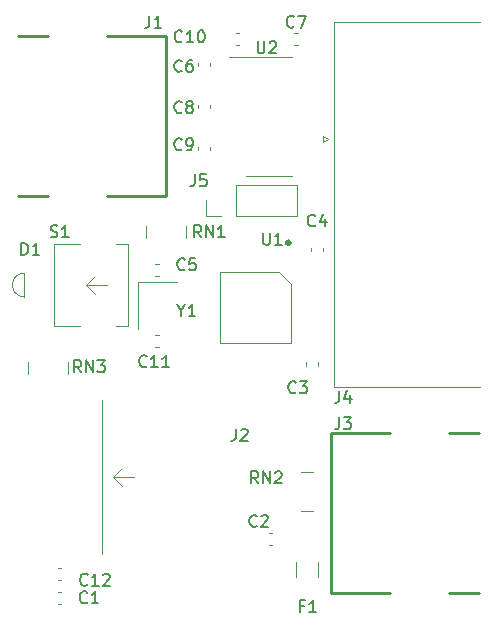
<source format=gbr>
%TF.GenerationSoftware,KiCad,Pcbnew,8.0.1*%
%TF.CreationDate,2024-05-28T16:45:22+01:00*%
%TF.ProjectId,ps2usb,70733275-7362-42e6-9b69-6361645f7063,rev?*%
%TF.SameCoordinates,Original*%
%TF.FileFunction,Legend,Top*%
%TF.FilePolarity,Positive*%
%FSLAX46Y46*%
G04 Gerber Fmt 4.6, Leading zero omitted, Abs format (unit mm)*
G04 Created by KiCad (PCBNEW 8.0.1) date 2024-05-28 16:45:22*
%MOMM*%
%LPD*%
G01*
G04 APERTURE LIST*
%ADD10C,0.150000*%
%ADD11C,0.120000*%
%ADD12C,0.250000*%
%ADD13C,0.310000*%
G04 APERTURE END LIST*
D10*
X112442666Y-83147819D02*
X112442666Y-83862104D01*
X112442666Y-83862104D02*
X112395047Y-84004961D01*
X112395047Y-84004961D02*
X112299809Y-84100200D01*
X112299809Y-84100200D02*
X112156952Y-84147819D01*
X112156952Y-84147819D02*
X112061714Y-84147819D01*
X113395047Y-83147819D02*
X112918857Y-83147819D01*
X112918857Y-83147819D02*
X112871238Y-83624009D01*
X112871238Y-83624009D02*
X112918857Y-83576390D01*
X112918857Y-83576390D02*
X113014095Y-83528771D01*
X113014095Y-83528771D02*
X113252190Y-83528771D01*
X113252190Y-83528771D02*
X113347428Y-83576390D01*
X113347428Y-83576390D02*
X113395047Y-83624009D01*
X113395047Y-83624009D02*
X113442666Y-83719247D01*
X113442666Y-83719247D02*
X113442666Y-83957342D01*
X113442666Y-83957342D02*
X113395047Y-84052580D01*
X113395047Y-84052580D02*
X113347428Y-84100200D01*
X113347428Y-84100200D02*
X113252190Y-84147819D01*
X113252190Y-84147819D02*
X113014095Y-84147819D01*
X113014095Y-84147819D02*
X112918857Y-84100200D01*
X112918857Y-84100200D02*
X112871238Y-84052580D01*
X117800523Y-109293819D02*
X117467190Y-108817628D01*
X117229095Y-109293819D02*
X117229095Y-108293819D01*
X117229095Y-108293819D02*
X117610047Y-108293819D01*
X117610047Y-108293819D02*
X117705285Y-108341438D01*
X117705285Y-108341438D02*
X117752904Y-108389057D01*
X117752904Y-108389057D02*
X117800523Y-108484295D01*
X117800523Y-108484295D02*
X117800523Y-108627152D01*
X117800523Y-108627152D02*
X117752904Y-108722390D01*
X117752904Y-108722390D02*
X117705285Y-108770009D01*
X117705285Y-108770009D02*
X117610047Y-108817628D01*
X117610047Y-108817628D02*
X117229095Y-108817628D01*
X118229095Y-109293819D02*
X118229095Y-108293819D01*
X118229095Y-108293819D02*
X118800523Y-109293819D01*
X118800523Y-109293819D02*
X118800523Y-108293819D01*
X119229095Y-108389057D02*
X119276714Y-108341438D01*
X119276714Y-108341438D02*
X119371952Y-108293819D01*
X119371952Y-108293819D02*
X119610047Y-108293819D01*
X119610047Y-108293819D02*
X119705285Y-108341438D01*
X119705285Y-108341438D02*
X119752904Y-108389057D01*
X119752904Y-108389057D02*
X119800523Y-108484295D01*
X119800523Y-108484295D02*
X119800523Y-108579533D01*
X119800523Y-108579533D02*
X119752904Y-108722390D01*
X119752904Y-108722390D02*
X119181476Y-109293819D01*
X119181476Y-109293819D02*
X119800523Y-109293819D01*
X112974523Y-88465819D02*
X112641190Y-87989628D01*
X112403095Y-88465819D02*
X112403095Y-87465819D01*
X112403095Y-87465819D02*
X112784047Y-87465819D01*
X112784047Y-87465819D02*
X112879285Y-87513438D01*
X112879285Y-87513438D02*
X112926904Y-87561057D01*
X112926904Y-87561057D02*
X112974523Y-87656295D01*
X112974523Y-87656295D02*
X112974523Y-87799152D01*
X112974523Y-87799152D02*
X112926904Y-87894390D01*
X112926904Y-87894390D02*
X112879285Y-87942009D01*
X112879285Y-87942009D02*
X112784047Y-87989628D01*
X112784047Y-87989628D02*
X112403095Y-87989628D01*
X113403095Y-88465819D02*
X113403095Y-87465819D01*
X113403095Y-87465819D02*
X113974523Y-88465819D01*
X113974523Y-88465819D02*
X113974523Y-87465819D01*
X114974523Y-88465819D02*
X114403095Y-88465819D01*
X114688809Y-88465819D02*
X114688809Y-87465819D01*
X114688809Y-87465819D02*
X114593571Y-87608676D01*
X114593571Y-87608676D02*
X114498333Y-87703914D01*
X114498333Y-87703914D02*
X114403095Y-87751533D01*
X102814523Y-99895819D02*
X102481190Y-99419628D01*
X102243095Y-99895819D02*
X102243095Y-98895819D01*
X102243095Y-98895819D02*
X102624047Y-98895819D01*
X102624047Y-98895819D02*
X102719285Y-98943438D01*
X102719285Y-98943438D02*
X102766904Y-98991057D01*
X102766904Y-98991057D02*
X102814523Y-99086295D01*
X102814523Y-99086295D02*
X102814523Y-99229152D01*
X102814523Y-99229152D02*
X102766904Y-99324390D01*
X102766904Y-99324390D02*
X102719285Y-99372009D01*
X102719285Y-99372009D02*
X102624047Y-99419628D01*
X102624047Y-99419628D02*
X102243095Y-99419628D01*
X103243095Y-99895819D02*
X103243095Y-98895819D01*
X103243095Y-98895819D02*
X103814523Y-99895819D01*
X103814523Y-99895819D02*
X103814523Y-98895819D01*
X104195476Y-98895819D02*
X104814523Y-98895819D01*
X104814523Y-98895819D02*
X104481190Y-99276771D01*
X104481190Y-99276771D02*
X104624047Y-99276771D01*
X104624047Y-99276771D02*
X104719285Y-99324390D01*
X104719285Y-99324390D02*
X104766904Y-99372009D01*
X104766904Y-99372009D02*
X104814523Y-99467247D01*
X104814523Y-99467247D02*
X104814523Y-99705342D01*
X104814523Y-99705342D02*
X104766904Y-99800580D01*
X104766904Y-99800580D02*
X104719285Y-99848200D01*
X104719285Y-99848200D02*
X104624047Y-99895819D01*
X104624047Y-99895819D02*
X104338333Y-99895819D01*
X104338333Y-99895819D02*
X104243095Y-99848200D01*
X104243095Y-99848200D02*
X104195476Y-99800580D01*
X122633333Y-87451580D02*
X122585714Y-87499200D01*
X122585714Y-87499200D02*
X122442857Y-87546819D01*
X122442857Y-87546819D02*
X122347619Y-87546819D01*
X122347619Y-87546819D02*
X122204762Y-87499200D01*
X122204762Y-87499200D02*
X122109524Y-87403961D01*
X122109524Y-87403961D02*
X122061905Y-87308723D01*
X122061905Y-87308723D02*
X122014286Y-87118247D01*
X122014286Y-87118247D02*
X122014286Y-86975390D01*
X122014286Y-86975390D02*
X122061905Y-86784914D01*
X122061905Y-86784914D02*
X122109524Y-86689676D01*
X122109524Y-86689676D02*
X122204762Y-86594438D01*
X122204762Y-86594438D02*
X122347619Y-86546819D01*
X122347619Y-86546819D02*
X122442857Y-86546819D01*
X122442857Y-86546819D02*
X122585714Y-86594438D01*
X122585714Y-86594438D02*
X122633333Y-86642057D01*
X123490476Y-86880152D02*
X123490476Y-87546819D01*
X123252381Y-86499200D02*
X123014286Y-87213485D01*
X123014286Y-87213485D02*
X123633333Y-87213485D01*
X108357142Y-99359580D02*
X108309523Y-99407200D01*
X108309523Y-99407200D02*
X108166666Y-99454819D01*
X108166666Y-99454819D02*
X108071428Y-99454819D01*
X108071428Y-99454819D02*
X107928571Y-99407200D01*
X107928571Y-99407200D02*
X107833333Y-99311961D01*
X107833333Y-99311961D02*
X107785714Y-99216723D01*
X107785714Y-99216723D02*
X107738095Y-99026247D01*
X107738095Y-99026247D02*
X107738095Y-98883390D01*
X107738095Y-98883390D02*
X107785714Y-98692914D01*
X107785714Y-98692914D02*
X107833333Y-98597676D01*
X107833333Y-98597676D02*
X107928571Y-98502438D01*
X107928571Y-98502438D02*
X108071428Y-98454819D01*
X108071428Y-98454819D02*
X108166666Y-98454819D01*
X108166666Y-98454819D02*
X108309523Y-98502438D01*
X108309523Y-98502438D02*
X108357142Y-98550057D01*
X109309523Y-99454819D02*
X108738095Y-99454819D01*
X109023809Y-99454819D02*
X109023809Y-98454819D01*
X109023809Y-98454819D02*
X108928571Y-98597676D01*
X108928571Y-98597676D02*
X108833333Y-98692914D01*
X108833333Y-98692914D02*
X108738095Y-98740533D01*
X110261904Y-99454819D02*
X109690476Y-99454819D01*
X109976190Y-99454819D02*
X109976190Y-98454819D01*
X109976190Y-98454819D02*
X109880952Y-98597676D01*
X109880952Y-98597676D02*
X109785714Y-98692914D01*
X109785714Y-98692914D02*
X109690476Y-98740533D01*
X120833333Y-70609580D02*
X120785714Y-70657200D01*
X120785714Y-70657200D02*
X120642857Y-70704819D01*
X120642857Y-70704819D02*
X120547619Y-70704819D01*
X120547619Y-70704819D02*
X120404762Y-70657200D01*
X120404762Y-70657200D02*
X120309524Y-70561961D01*
X120309524Y-70561961D02*
X120261905Y-70466723D01*
X120261905Y-70466723D02*
X120214286Y-70276247D01*
X120214286Y-70276247D02*
X120214286Y-70133390D01*
X120214286Y-70133390D02*
X120261905Y-69942914D01*
X120261905Y-69942914D02*
X120309524Y-69847676D01*
X120309524Y-69847676D02*
X120404762Y-69752438D01*
X120404762Y-69752438D02*
X120547619Y-69704819D01*
X120547619Y-69704819D02*
X120642857Y-69704819D01*
X120642857Y-69704819D02*
X120785714Y-69752438D01*
X120785714Y-69752438D02*
X120833333Y-69800057D01*
X121166667Y-69704819D02*
X121833333Y-69704819D01*
X121833333Y-69704819D02*
X121404762Y-70704819D01*
X124666666Y-103704819D02*
X124666666Y-104419104D01*
X124666666Y-104419104D02*
X124619047Y-104561961D01*
X124619047Y-104561961D02*
X124523809Y-104657200D01*
X124523809Y-104657200D02*
X124380952Y-104704819D01*
X124380952Y-104704819D02*
X124285714Y-104704819D01*
X125047619Y-103704819D02*
X125666666Y-103704819D01*
X125666666Y-103704819D02*
X125333333Y-104085771D01*
X125333333Y-104085771D02*
X125476190Y-104085771D01*
X125476190Y-104085771D02*
X125571428Y-104133390D01*
X125571428Y-104133390D02*
X125619047Y-104181009D01*
X125619047Y-104181009D02*
X125666666Y-104276247D01*
X125666666Y-104276247D02*
X125666666Y-104514342D01*
X125666666Y-104514342D02*
X125619047Y-104609580D01*
X125619047Y-104609580D02*
X125571428Y-104657200D01*
X125571428Y-104657200D02*
X125476190Y-104704819D01*
X125476190Y-104704819D02*
X125190476Y-104704819D01*
X125190476Y-104704819D02*
X125095238Y-104657200D01*
X125095238Y-104657200D02*
X125047619Y-104609580D01*
X97761905Y-89954819D02*
X97761905Y-88954819D01*
X97761905Y-88954819D02*
X98000000Y-88954819D01*
X98000000Y-88954819D02*
X98142857Y-89002438D01*
X98142857Y-89002438D02*
X98238095Y-89097676D01*
X98238095Y-89097676D02*
X98285714Y-89192914D01*
X98285714Y-89192914D02*
X98333333Y-89383390D01*
X98333333Y-89383390D02*
X98333333Y-89526247D01*
X98333333Y-89526247D02*
X98285714Y-89716723D01*
X98285714Y-89716723D02*
X98238095Y-89811961D01*
X98238095Y-89811961D02*
X98142857Y-89907200D01*
X98142857Y-89907200D02*
X98000000Y-89954819D01*
X98000000Y-89954819D02*
X97761905Y-89954819D01*
X99285714Y-89954819D02*
X98714286Y-89954819D01*
X99000000Y-89954819D02*
X99000000Y-88954819D01*
X99000000Y-88954819D02*
X98904762Y-89097676D01*
X98904762Y-89097676D02*
X98809524Y-89192914D01*
X98809524Y-89192914D02*
X98714286Y-89240533D01*
X103333333Y-119359580D02*
X103285714Y-119407200D01*
X103285714Y-119407200D02*
X103142857Y-119454819D01*
X103142857Y-119454819D02*
X103047619Y-119454819D01*
X103047619Y-119454819D02*
X102904762Y-119407200D01*
X102904762Y-119407200D02*
X102809524Y-119311961D01*
X102809524Y-119311961D02*
X102761905Y-119216723D01*
X102761905Y-119216723D02*
X102714286Y-119026247D01*
X102714286Y-119026247D02*
X102714286Y-118883390D01*
X102714286Y-118883390D02*
X102761905Y-118692914D01*
X102761905Y-118692914D02*
X102809524Y-118597676D01*
X102809524Y-118597676D02*
X102904762Y-118502438D01*
X102904762Y-118502438D02*
X103047619Y-118454819D01*
X103047619Y-118454819D02*
X103142857Y-118454819D01*
X103142857Y-118454819D02*
X103285714Y-118502438D01*
X103285714Y-118502438D02*
X103333333Y-118550057D01*
X104285714Y-119454819D02*
X103714286Y-119454819D01*
X104000000Y-119454819D02*
X104000000Y-118454819D01*
X104000000Y-118454819D02*
X103904762Y-118597676D01*
X103904762Y-118597676D02*
X103809524Y-118692914D01*
X103809524Y-118692914D02*
X103714286Y-118740533D01*
X115916666Y-104704819D02*
X115916666Y-105419104D01*
X115916666Y-105419104D02*
X115869047Y-105561961D01*
X115869047Y-105561961D02*
X115773809Y-105657200D01*
X115773809Y-105657200D02*
X115630952Y-105704819D01*
X115630952Y-105704819D02*
X115535714Y-105704819D01*
X116345238Y-104800057D02*
X116392857Y-104752438D01*
X116392857Y-104752438D02*
X116488095Y-104704819D01*
X116488095Y-104704819D02*
X116726190Y-104704819D01*
X116726190Y-104704819D02*
X116821428Y-104752438D01*
X116821428Y-104752438D02*
X116869047Y-104800057D01*
X116869047Y-104800057D02*
X116916666Y-104895295D01*
X116916666Y-104895295D02*
X116916666Y-104990533D01*
X116916666Y-104990533D02*
X116869047Y-105133390D01*
X116869047Y-105133390D02*
X116297619Y-105704819D01*
X116297619Y-105704819D02*
X116916666Y-105704819D01*
X118237095Y-88100819D02*
X118237095Y-88910342D01*
X118237095Y-88910342D02*
X118284714Y-89005580D01*
X118284714Y-89005580D02*
X118332333Y-89053200D01*
X118332333Y-89053200D02*
X118427571Y-89100819D01*
X118427571Y-89100819D02*
X118618047Y-89100819D01*
X118618047Y-89100819D02*
X118713285Y-89053200D01*
X118713285Y-89053200D02*
X118760904Y-89005580D01*
X118760904Y-89005580D02*
X118808523Y-88910342D01*
X118808523Y-88910342D02*
X118808523Y-88100819D01*
X119808523Y-89100819D02*
X119237095Y-89100819D01*
X119522809Y-89100819D02*
X119522809Y-88100819D01*
X119522809Y-88100819D02*
X119427571Y-88243676D01*
X119427571Y-88243676D02*
X119332333Y-88338914D01*
X119332333Y-88338914D02*
X119237095Y-88386533D01*
X111593333Y-91164580D02*
X111545714Y-91212200D01*
X111545714Y-91212200D02*
X111402857Y-91259819D01*
X111402857Y-91259819D02*
X111307619Y-91259819D01*
X111307619Y-91259819D02*
X111164762Y-91212200D01*
X111164762Y-91212200D02*
X111069524Y-91116961D01*
X111069524Y-91116961D02*
X111021905Y-91021723D01*
X111021905Y-91021723D02*
X110974286Y-90831247D01*
X110974286Y-90831247D02*
X110974286Y-90688390D01*
X110974286Y-90688390D02*
X111021905Y-90497914D01*
X111021905Y-90497914D02*
X111069524Y-90402676D01*
X111069524Y-90402676D02*
X111164762Y-90307438D01*
X111164762Y-90307438D02*
X111307619Y-90259819D01*
X111307619Y-90259819D02*
X111402857Y-90259819D01*
X111402857Y-90259819D02*
X111545714Y-90307438D01*
X111545714Y-90307438D02*
X111593333Y-90355057D01*
X112498095Y-90259819D02*
X112021905Y-90259819D01*
X112021905Y-90259819D02*
X111974286Y-90736009D01*
X111974286Y-90736009D02*
X112021905Y-90688390D01*
X112021905Y-90688390D02*
X112117143Y-90640771D01*
X112117143Y-90640771D02*
X112355238Y-90640771D01*
X112355238Y-90640771D02*
X112450476Y-90688390D01*
X112450476Y-90688390D02*
X112498095Y-90736009D01*
X112498095Y-90736009D02*
X112545714Y-90831247D01*
X112545714Y-90831247D02*
X112545714Y-91069342D01*
X112545714Y-91069342D02*
X112498095Y-91164580D01*
X112498095Y-91164580D02*
X112450476Y-91212200D01*
X112450476Y-91212200D02*
X112355238Y-91259819D01*
X112355238Y-91259819D02*
X112117143Y-91259819D01*
X112117143Y-91259819D02*
X112021905Y-91212200D01*
X112021905Y-91212200D02*
X111974286Y-91164580D01*
X117766222Y-71879656D02*
X117766222Y-72689179D01*
X117766222Y-72689179D02*
X117813841Y-72784417D01*
X117813841Y-72784417D02*
X117861460Y-72832037D01*
X117861460Y-72832037D02*
X117956698Y-72879656D01*
X117956698Y-72879656D02*
X118147174Y-72879656D01*
X118147174Y-72879656D02*
X118242412Y-72832037D01*
X118242412Y-72832037D02*
X118290031Y-72784417D01*
X118290031Y-72784417D02*
X118337650Y-72689179D01*
X118337650Y-72689179D02*
X118337650Y-71879656D01*
X118766222Y-71974894D02*
X118813841Y-71927275D01*
X118813841Y-71927275D02*
X118909079Y-71879656D01*
X118909079Y-71879656D02*
X119147174Y-71879656D01*
X119147174Y-71879656D02*
X119242412Y-71927275D01*
X119242412Y-71927275D02*
X119290031Y-71974894D01*
X119290031Y-71974894D02*
X119337650Y-72070132D01*
X119337650Y-72070132D02*
X119337650Y-72165370D01*
X119337650Y-72165370D02*
X119290031Y-72308227D01*
X119290031Y-72308227D02*
X118718603Y-72879656D01*
X118718603Y-72879656D02*
X119337650Y-72879656D01*
X111301782Y-94665061D02*
X111301782Y-95141252D01*
X110968449Y-94141252D02*
X111301782Y-94665061D01*
X111301782Y-94665061D02*
X111635115Y-94141252D01*
X112492258Y-95141252D02*
X111920830Y-95141252D01*
X112206544Y-95141252D02*
X112206544Y-94141252D01*
X112206544Y-94141252D02*
X112111306Y-94284109D01*
X112111306Y-94284109D02*
X112016068Y-94379347D01*
X112016068Y-94379347D02*
X111920830Y-94426966D01*
X111333333Y-74359580D02*
X111285714Y-74407200D01*
X111285714Y-74407200D02*
X111142857Y-74454819D01*
X111142857Y-74454819D02*
X111047619Y-74454819D01*
X111047619Y-74454819D02*
X110904762Y-74407200D01*
X110904762Y-74407200D02*
X110809524Y-74311961D01*
X110809524Y-74311961D02*
X110761905Y-74216723D01*
X110761905Y-74216723D02*
X110714286Y-74026247D01*
X110714286Y-74026247D02*
X110714286Y-73883390D01*
X110714286Y-73883390D02*
X110761905Y-73692914D01*
X110761905Y-73692914D02*
X110809524Y-73597676D01*
X110809524Y-73597676D02*
X110904762Y-73502438D01*
X110904762Y-73502438D02*
X111047619Y-73454819D01*
X111047619Y-73454819D02*
X111142857Y-73454819D01*
X111142857Y-73454819D02*
X111285714Y-73502438D01*
X111285714Y-73502438D02*
X111333333Y-73550057D01*
X112190476Y-73454819D02*
X112000000Y-73454819D01*
X112000000Y-73454819D02*
X111904762Y-73502438D01*
X111904762Y-73502438D02*
X111857143Y-73550057D01*
X111857143Y-73550057D02*
X111761905Y-73692914D01*
X111761905Y-73692914D02*
X111714286Y-73883390D01*
X111714286Y-73883390D02*
X111714286Y-74264342D01*
X111714286Y-74264342D02*
X111761905Y-74359580D01*
X111761905Y-74359580D02*
X111809524Y-74407200D01*
X111809524Y-74407200D02*
X111904762Y-74454819D01*
X111904762Y-74454819D02*
X112095238Y-74454819D01*
X112095238Y-74454819D02*
X112190476Y-74407200D01*
X112190476Y-74407200D02*
X112238095Y-74359580D01*
X112238095Y-74359580D02*
X112285714Y-74264342D01*
X112285714Y-74264342D02*
X112285714Y-74026247D01*
X112285714Y-74026247D02*
X112238095Y-73931009D01*
X112238095Y-73931009D02*
X112190476Y-73883390D01*
X112190476Y-73883390D02*
X112095238Y-73835771D01*
X112095238Y-73835771D02*
X111904762Y-73835771D01*
X111904762Y-73835771D02*
X111809524Y-73883390D01*
X111809524Y-73883390D02*
X111761905Y-73931009D01*
X111761905Y-73931009D02*
X111714286Y-74026247D01*
X100238095Y-88407200D02*
X100380952Y-88454819D01*
X100380952Y-88454819D02*
X100619047Y-88454819D01*
X100619047Y-88454819D02*
X100714285Y-88407200D01*
X100714285Y-88407200D02*
X100761904Y-88359580D01*
X100761904Y-88359580D02*
X100809523Y-88264342D01*
X100809523Y-88264342D02*
X100809523Y-88169104D01*
X100809523Y-88169104D02*
X100761904Y-88073866D01*
X100761904Y-88073866D02*
X100714285Y-88026247D01*
X100714285Y-88026247D02*
X100619047Y-87978628D01*
X100619047Y-87978628D02*
X100428571Y-87931009D01*
X100428571Y-87931009D02*
X100333333Y-87883390D01*
X100333333Y-87883390D02*
X100285714Y-87835771D01*
X100285714Y-87835771D02*
X100238095Y-87740533D01*
X100238095Y-87740533D02*
X100238095Y-87645295D01*
X100238095Y-87645295D02*
X100285714Y-87550057D01*
X100285714Y-87550057D02*
X100333333Y-87502438D01*
X100333333Y-87502438D02*
X100428571Y-87454819D01*
X100428571Y-87454819D02*
X100666666Y-87454819D01*
X100666666Y-87454819D02*
X100809523Y-87502438D01*
X101761904Y-88454819D02*
X101190476Y-88454819D01*
X101476190Y-88454819D02*
X101476190Y-87454819D01*
X101476190Y-87454819D02*
X101380952Y-87597676D01*
X101380952Y-87597676D02*
X101285714Y-87692914D01*
X101285714Y-87692914D02*
X101190476Y-87740533D01*
X111357142Y-71859580D02*
X111309523Y-71907200D01*
X111309523Y-71907200D02*
X111166666Y-71954819D01*
X111166666Y-71954819D02*
X111071428Y-71954819D01*
X111071428Y-71954819D02*
X110928571Y-71907200D01*
X110928571Y-71907200D02*
X110833333Y-71811961D01*
X110833333Y-71811961D02*
X110785714Y-71716723D01*
X110785714Y-71716723D02*
X110738095Y-71526247D01*
X110738095Y-71526247D02*
X110738095Y-71383390D01*
X110738095Y-71383390D02*
X110785714Y-71192914D01*
X110785714Y-71192914D02*
X110833333Y-71097676D01*
X110833333Y-71097676D02*
X110928571Y-71002438D01*
X110928571Y-71002438D02*
X111071428Y-70954819D01*
X111071428Y-70954819D02*
X111166666Y-70954819D01*
X111166666Y-70954819D02*
X111309523Y-71002438D01*
X111309523Y-71002438D02*
X111357142Y-71050057D01*
X112309523Y-71954819D02*
X111738095Y-71954819D01*
X112023809Y-71954819D02*
X112023809Y-70954819D01*
X112023809Y-70954819D02*
X111928571Y-71097676D01*
X111928571Y-71097676D02*
X111833333Y-71192914D01*
X111833333Y-71192914D02*
X111738095Y-71240533D01*
X112928571Y-70954819D02*
X113023809Y-70954819D01*
X113023809Y-70954819D02*
X113119047Y-71002438D01*
X113119047Y-71002438D02*
X113166666Y-71050057D01*
X113166666Y-71050057D02*
X113214285Y-71145295D01*
X113214285Y-71145295D02*
X113261904Y-71335771D01*
X113261904Y-71335771D02*
X113261904Y-71573866D01*
X113261904Y-71573866D02*
X113214285Y-71764342D01*
X113214285Y-71764342D02*
X113166666Y-71859580D01*
X113166666Y-71859580D02*
X113119047Y-71907200D01*
X113119047Y-71907200D02*
X113023809Y-71954819D01*
X113023809Y-71954819D02*
X112928571Y-71954819D01*
X112928571Y-71954819D02*
X112833333Y-71907200D01*
X112833333Y-71907200D02*
X112785714Y-71859580D01*
X112785714Y-71859580D02*
X112738095Y-71764342D01*
X112738095Y-71764342D02*
X112690476Y-71573866D01*
X112690476Y-71573866D02*
X112690476Y-71335771D01*
X112690476Y-71335771D02*
X112738095Y-71145295D01*
X112738095Y-71145295D02*
X112785714Y-71050057D01*
X112785714Y-71050057D02*
X112833333Y-71002438D01*
X112833333Y-71002438D02*
X112928571Y-70954819D01*
X111333333Y-81004580D02*
X111285714Y-81052200D01*
X111285714Y-81052200D02*
X111142857Y-81099819D01*
X111142857Y-81099819D02*
X111047619Y-81099819D01*
X111047619Y-81099819D02*
X110904762Y-81052200D01*
X110904762Y-81052200D02*
X110809524Y-80956961D01*
X110809524Y-80956961D02*
X110761905Y-80861723D01*
X110761905Y-80861723D02*
X110714286Y-80671247D01*
X110714286Y-80671247D02*
X110714286Y-80528390D01*
X110714286Y-80528390D02*
X110761905Y-80337914D01*
X110761905Y-80337914D02*
X110809524Y-80242676D01*
X110809524Y-80242676D02*
X110904762Y-80147438D01*
X110904762Y-80147438D02*
X111047619Y-80099819D01*
X111047619Y-80099819D02*
X111142857Y-80099819D01*
X111142857Y-80099819D02*
X111285714Y-80147438D01*
X111285714Y-80147438D02*
X111333333Y-80195057D01*
X111809524Y-81099819D02*
X112000000Y-81099819D01*
X112000000Y-81099819D02*
X112095238Y-81052200D01*
X112095238Y-81052200D02*
X112142857Y-81004580D01*
X112142857Y-81004580D02*
X112238095Y-80861723D01*
X112238095Y-80861723D02*
X112285714Y-80671247D01*
X112285714Y-80671247D02*
X112285714Y-80290295D01*
X112285714Y-80290295D02*
X112238095Y-80195057D01*
X112238095Y-80195057D02*
X112190476Y-80147438D01*
X112190476Y-80147438D02*
X112095238Y-80099819D01*
X112095238Y-80099819D02*
X111904762Y-80099819D01*
X111904762Y-80099819D02*
X111809524Y-80147438D01*
X111809524Y-80147438D02*
X111761905Y-80195057D01*
X111761905Y-80195057D02*
X111714286Y-80290295D01*
X111714286Y-80290295D02*
X111714286Y-80528390D01*
X111714286Y-80528390D02*
X111761905Y-80623628D01*
X111761905Y-80623628D02*
X111809524Y-80671247D01*
X111809524Y-80671247D02*
X111904762Y-80718866D01*
X111904762Y-80718866D02*
X112095238Y-80718866D01*
X112095238Y-80718866D02*
X112190476Y-80671247D01*
X112190476Y-80671247D02*
X112238095Y-80623628D01*
X112238095Y-80623628D02*
X112285714Y-80528390D01*
X103357142Y-117859580D02*
X103309523Y-117907200D01*
X103309523Y-117907200D02*
X103166666Y-117954819D01*
X103166666Y-117954819D02*
X103071428Y-117954819D01*
X103071428Y-117954819D02*
X102928571Y-117907200D01*
X102928571Y-117907200D02*
X102833333Y-117811961D01*
X102833333Y-117811961D02*
X102785714Y-117716723D01*
X102785714Y-117716723D02*
X102738095Y-117526247D01*
X102738095Y-117526247D02*
X102738095Y-117383390D01*
X102738095Y-117383390D02*
X102785714Y-117192914D01*
X102785714Y-117192914D02*
X102833333Y-117097676D01*
X102833333Y-117097676D02*
X102928571Y-117002438D01*
X102928571Y-117002438D02*
X103071428Y-116954819D01*
X103071428Y-116954819D02*
X103166666Y-116954819D01*
X103166666Y-116954819D02*
X103309523Y-117002438D01*
X103309523Y-117002438D02*
X103357142Y-117050057D01*
X104309523Y-117954819D02*
X103738095Y-117954819D01*
X104023809Y-117954819D02*
X104023809Y-116954819D01*
X104023809Y-116954819D02*
X103928571Y-117097676D01*
X103928571Y-117097676D02*
X103833333Y-117192914D01*
X103833333Y-117192914D02*
X103738095Y-117240533D01*
X104690476Y-117050057D02*
X104738095Y-117002438D01*
X104738095Y-117002438D02*
X104833333Y-116954819D01*
X104833333Y-116954819D02*
X105071428Y-116954819D01*
X105071428Y-116954819D02*
X105166666Y-117002438D01*
X105166666Y-117002438D02*
X105214285Y-117050057D01*
X105214285Y-117050057D02*
X105261904Y-117145295D01*
X105261904Y-117145295D02*
X105261904Y-117240533D01*
X105261904Y-117240533D02*
X105214285Y-117383390D01*
X105214285Y-117383390D02*
X104642857Y-117954819D01*
X104642857Y-117954819D02*
X105261904Y-117954819D01*
X117689333Y-112881580D02*
X117641714Y-112929200D01*
X117641714Y-112929200D02*
X117498857Y-112976819D01*
X117498857Y-112976819D02*
X117403619Y-112976819D01*
X117403619Y-112976819D02*
X117260762Y-112929200D01*
X117260762Y-112929200D02*
X117165524Y-112833961D01*
X117165524Y-112833961D02*
X117117905Y-112738723D01*
X117117905Y-112738723D02*
X117070286Y-112548247D01*
X117070286Y-112548247D02*
X117070286Y-112405390D01*
X117070286Y-112405390D02*
X117117905Y-112214914D01*
X117117905Y-112214914D02*
X117165524Y-112119676D01*
X117165524Y-112119676D02*
X117260762Y-112024438D01*
X117260762Y-112024438D02*
X117403619Y-111976819D01*
X117403619Y-111976819D02*
X117498857Y-111976819D01*
X117498857Y-111976819D02*
X117641714Y-112024438D01*
X117641714Y-112024438D02*
X117689333Y-112072057D01*
X118070286Y-112072057D02*
X118117905Y-112024438D01*
X118117905Y-112024438D02*
X118213143Y-111976819D01*
X118213143Y-111976819D02*
X118451238Y-111976819D01*
X118451238Y-111976819D02*
X118546476Y-112024438D01*
X118546476Y-112024438D02*
X118594095Y-112072057D01*
X118594095Y-112072057D02*
X118641714Y-112167295D01*
X118641714Y-112167295D02*
X118641714Y-112262533D01*
X118641714Y-112262533D02*
X118594095Y-112405390D01*
X118594095Y-112405390D02*
X118022667Y-112976819D01*
X118022667Y-112976819D02*
X118641714Y-112976819D01*
X124666666Y-101454819D02*
X124666666Y-102169104D01*
X124666666Y-102169104D02*
X124619047Y-102311961D01*
X124619047Y-102311961D02*
X124523809Y-102407200D01*
X124523809Y-102407200D02*
X124380952Y-102454819D01*
X124380952Y-102454819D02*
X124285714Y-102454819D01*
X125571428Y-101788152D02*
X125571428Y-102454819D01*
X125333333Y-101407200D02*
X125095238Y-102121485D01*
X125095238Y-102121485D02*
X125714285Y-102121485D01*
X120991333Y-101578580D02*
X120943714Y-101626200D01*
X120943714Y-101626200D02*
X120800857Y-101673819D01*
X120800857Y-101673819D02*
X120705619Y-101673819D01*
X120705619Y-101673819D02*
X120562762Y-101626200D01*
X120562762Y-101626200D02*
X120467524Y-101530961D01*
X120467524Y-101530961D02*
X120419905Y-101435723D01*
X120419905Y-101435723D02*
X120372286Y-101245247D01*
X120372286Y-101245247D02*
X120372286Y-101102390D01*
X120372286Y-101102390D02*
X120419905Y-100911914D01*
X120419905Y-100911914D02*
X120467524Y-100816676D01*
X120467524Y-100816676D02*
X120562762Y-100721438D01*
X120562762Y-100721438D02*
X120705619Y-100673819D01*
X120705619Y-100673819D02*
X120800857Y-100673819D01*
X120800857Y-100673819D02*
X120943714Y-100721438D01*
X120943714Y-100721438D02*
X120991333Y-100769057D01*
X121324667Y-100673819D02*
X121943714Y-100673819D01*
X121943714Y-100673819D02*
X121610381Y-101054771D01*
X121610381Y-101054771D02*
X121753238Y-101054771D01*
X121753238Y-101054771D02*
X121848476Y-101102390D01*
X121848476Y-101102390D02*
X121896095Y-101150009D01*
X121896095Y-101150009D02*
X121943714Y-101245247D01*
X121943714Y-101245247D02*
X121943714Y-101483342D01*
X121943714Y-101483342D02*
X121896095Y-101578580D01*
X121896095Y-101578580D02*
X121848476Y-101626200D01*
X121848476Y-101626200D02*
X121753238Y-101673819D01*
X121753238Y-101673819D02*
X121467524Y-101673819D01*
X121467524Y-101673819D02*
X121372286Y-101626200D01*
X121372286Y-101626200D02*
X121324667Y-101578580D01*
X111333333Y-77859580D02*
X111285714Y-77907200D01*
X111285714Y-77907200D02*
X111142857Y-77954819D01*
X111142857Y-77954819D02*
X111047619Y-77954819D01*
X111047619Y-77954819D02*
X110904762Y-77907200D01*
X110904762Y-77907200D02*
X110809524Y-77811961D01*
X110809524Y-77811961D02*
X110761905Y-77716723D01*
X110761905Y-77716723D02*
X110714286Y-77526247D01*
X110714286Y-77526247D02*
X110714286Y-77383390D01*
X110714286Y-77383390D02*
X110761905Y-77192914D01*
X110761905Y-77192914D02*
X110809524Y-77097676D01*
X110809524Y-77097676D02*
X110904762Y-77002438D01*
X110904762Y-77002438D02*
X111047619Y-76954819D01*
X111047619Y-76954819D02*
X111142857Y-76954819D01*
X111142857Y-76954819D02*
X111285714Y-77002438D01*
X111285714Y-77002438D02*
X111333333Y-77050057D01*
X111904762Y-77383390D02*
X111809524Y-77335771D01*
X111809524Y-77335771D02*
X111761905Y-77288152D01*
X111761905Y-77288152D02*
X111714286Y-77192914D01*
X111714286Y-77192914D02*
X111714286Y-77145295D01*
X111714286Y-77145295D02*
X111761905Y-77050057D01*
X111761905Y-77050057D02*
X111809524Y-77002438D01*
X111809524Y-77002438D02*
X111904762Y-76954819D01*
X111904762Y-76954819D02*
X112095238Y-76954819D01*
X112095238Y-76954819D02*
X112190476Y-77002438D01*
X112190476Y-77002438D02*
X112238095Y-77050057D01*
X112238095Y-77050057D02*
X112285714Y-77145295D01*
X112285714Y-77145295D02*
X112285714Y-77192914D01*
X112285714Y-77192914D02*
X112238095Y-77288152D01*
X112238095Y-77288152D02*
X112190476Y-77335771D01*
X112190476Y-77335771D02*
X112095238Y-77383390D01*
X112095238Y-77383390D02*
X111904762Y-77383390D01*
X111904762Y-77383390D02*
X111809524Y-77431009D01*
X111809524Y-77431009D02*
X111761905Y-77478628D01*
X111761905Y-77478628D02*
X111714286Y-77573866D01*
X111714286Y-77573866D02*
X111714286Y-77764342D01*
X111714286Y-77764342D02*
X111761905Y-77859580D01*
X111761905Y-77859580D02*
X111809524Y-77907200D01*
X111809524Y-77907200D02*
X111904762Y-77954819D01*
X111904762Y-77954819D02*
X112095238Y-77954819D01*
X112095238Y-77954819D02*
X112190476Y-77907200D01*
X112190476Y-77907200D02*
X112238095Y-77859580D01*
X112238095Y-77859580D02*
X112285714Y-77764342D01*
X112285714Y-77764342D02*
X112285714Y-77573866D01*
X112285714Y-77573866D02*
X112238095Y-77478628D01*
X112238095Y-77478628D02*
X112190476Y-77431009D01*
X112190476Y-77431009D02*
X112095238Y-77383390D01*
X108604166Y-69704819D02*
X108604166Y-70419104D01*
X108604166Y-70419104D02*
X108556547Y-70561961D01*
X108556547Y-70561961D02*
X108461309Y-70657200D01*
X108461309Y-70657200D02*
X108318452Y-70704819D01*
X108318452Y-70704819D02*
X108223214Y-70704819D01*
X109604166Y-70704819D02*
X109032738Y-70704819D01*
X109318452Y-70704819D02*
X109318452Y-69704819D01*
X109318452Y-69704819D02*
X109223214Y-69847676D01*
X109223214Y-69847676D02*
X109127976Y-69942914D01*
X109127976Y-69942914D02*
X109032738Y-69990533D01*
X121666666Y-119681009D02*
X121333333Y-119681009D01*
X121333333Y-120204819D02*
X121333333Y-119204819D01*
X121333333Y-119204819D02*
X121809523Y-119204819D01*
X122714285Y-120204819D02*
X122142857Y-120204819D01*
X122428571Y-120204819D02*
X122428571Y-119204819D01*
X122428571Y-119204819D02*
X122333333Y-119347676D01*
X122333333Y-119347676D02*
X122238095Y-119442914D01*
X122238095Y-119442914D02*
X122142857Y-119490533D01*
D11*
%TO.C,J5*%
X115951000Y-84014000D02*
X121091000Y-84014000D01*
X121091000Y-86674000D02*
X121091000Y-84014000D01*
X115951000Y-86674000D02*
X115951000Y-84014000D01*
X115951000Y-86674000D02*
X121091000Y-86674000D01*
X114681000Y-86674000D02*
X113351000Y-86674000D01*
X113351000Y-86674000D02*
X113351000Y-85344000D01*
%TO.C,RN2*%
X121420000Y-108302000D02*
X122420000Y-108302000D01*
X121420000Y-111662000D02*
X122420000Y-111662000D01*
%TO.C,RN1*%
X108320000Y-88500000D02*
X108320000Y-87500000D01*
X111680000Y-88500000D02*
X111680000Y-87500000D01*
%TO.C,RN3*%
X101680000Y-100000000D02*
X101680000Y-99000000D01*
X98320000Y-100000000D02*
X98320000Y-99000000D01*
%TO.C,C4*%
X122290000Y-89359420D02*
X122290000Y-89640580D01*
X123310000Y-89359420D02*
X123310000Y-89640580D01*
%TO.C,C11*%
X109109420Y-96740000D02*
X109390580Y-96740000D01*
X109109420Y-97760000D02*
X109390580Y-97760000D01*
%TO.C,C7*%
X120859420Y-71190000D02*
X121140580Y-71190000D01*
X120859420Y-72210000D02*
X121140580Y-72210000D01*
D12*
%TO.C,J3*%
X124000000Y-105050000D02*
X124000000Y-118550000D01*
X124000000Y-118550000D02*
X129000000Y-118550000D01*
X129000000Y-105050000D02*
X124000000Y-105050000D01*
X134000000Y-105050000D02*
X136500000Y-105050000D01*
X134000000Y-118550000D02*
X136500000Y-118550000D01*
D11*
%TO.C,D1*%
X98000000Y-93500000D02*
X98000000Y-91500000D01*
X98000000Y-93500000D02*
G75*
G02*
X98000000Y-91500000I0J1000000D01*
G01*
%TO.C,C1*%
X100859420Y-116490000D02*
X101140580Y-116490000D01*
X100859420Y-117510000D02*
X101140580Y-117510000D01*
%TO.C,J2*%
X104550000Y-102250000D02*
X104550000Y-115250000D01*
X105550000Y-108750000D02*
X106300000Y-108000000D01*
X105550000Y-108750000D02*
X106300000Y-109500000D01*
X107300000Y-108750000D02*
X105550000Y-108750000D01*
%TO.C,U1*%
D13*
X120507000Y-88935000D02*
G75*
G02*
X120197000Y-88935000I-155000J0D01*
G01*
X120197000Y-88935000D02*
G75*
G02*
X120507000Y-88935000I155000J0D01*
G01*
D11*
X120602000Y-97435000D02*
X114602000Y-97435000D01*
X120602000Y-92435000D02*
X120602000Y-97435000D01*
X119602000Y-91435000D02*
X120602000Y-92435000D01*
X114602000Y-97435000D02*
X114602000Y-91435000D01*
X114602000Y-91435000D02*
X119602000Y-91435000D01*
%TO.C,C5*%
X109390580Y-90740000D02*
X109109420Y-90740000D01*
X109390580Y-91760000D02*
X109109420Y-91760000D01*
%TO.C,U2*%
X118750000Y-73173800D02*
X115300000Y-73173800D01*
X118750000Y-73173800D02*
X120700000Y-73173800D01*
X118750000Y-83293800D02*
X116800000Y-83293800D01*
X118750000Y-83293800D02*
X120700000Y-83293800D01*
%TO.C,Y1*%
X107600000Y-92250000D02*
X107600000Y-96250000D01*
X110900000Y-92250000D02*
X107600000Y-92250000D01*
%TO.C,C6*%
X112740000Y-73964580D02*
X112740000Y-73683420D01*
X113760000Y-73964580D02*
X113760000Y-73683420D01*
%TO.C,S1*%
X100500000Y-89000000D02*
X102750000Y-89000000D01*
X100500000Y-96000000D02*
X100500000Y-89000000D01*
X102750000Y-96000000D02*
X100500000Y-96000000D01*
X103250000Y-92500000D02*
X104000000Y-91750000D01*
X103250000Y-92500000D02*
X104000000Y-93250000D01*
X105000000Y-92500000D02*
X103250000Y-92500000D01*
X105750000Y-89000000D02*
X106750000Y-89000000D01*
X106750000Y-89000000D02*
X106750000Y-96000000D01*
X106750000Y-96000000D02*
X105750000Y-96000000D01*
%TO.C,C10*%
X115909420Y-71205800D02*
X116190580Y-71205800D01*
X115909420Y-72225800D02*
X116190580Y-72225800D01*
%TO.C,C9*%
X112746000Y-80795420D02*
X112746000Y-81076580D01*
X113766000Y-80795420D02*
X113766000Y-81076580D01*
%TO.C,C12*%
X100859420Y-118490000D02*
X101140580Y-118490000D01*
X100859420Y-119510000D02*
X101140580Y-119510000D01*
%TO.C,C2*%
X118731420Y-113536000D02*
X119012580Y-113536000D01*
X118731420Y-114556000D02*
X119012580Y-114556000D01*
%TO.C,J4*%
X123315331Y-79900000D02*
X123748344Y-80150000D01*
X123315331Y-80400000D02*
X123315331Y-79900000D01*
X123748344Y-80150000D02*
X123315331Y-80400000D01*
X124209669Y-70205000D02*
X136549669Y-70205000D01*
X124209669Y-101175000D02*
X124209669Y-70205000D01*
X136549669Y-101175000D02*
X124209669Y-101175000D01*
%TO.C,C3*%
X121890000Y-99340580D02*
X121890000Y-99059420D01*
X122910000Y-99340580D02*
X122910000Y-99059420D01*
%TO.C,C8*%
X112740000Y-77520580D02*
X112740000Y-77239420D01*
X113760000Y-77520580D02*
X113760000Y-77239420D01*
D12*
%TO.C,J1*%
X100000000Y-71450000D02*
X97500000Y-71450000D01*
X100000000Y-84950000D02*
X97500000Y-84950000D01*
X105000000Y-84950000D02*
X110000000Y-84950000D01*
X110000000Y-71450000D02*
X105000000Y-71450000D01*
X110000000Y-84950000D02*
X110000000Y-71450000D01*
D11*
%TO.C,F1*%
X121010000Y-115983936D02*
X121010000Y-117188064D01*
X122830000Y-115983936D02*
X122830000Y-117188064D01*
%TD*%
M02*

</source>
